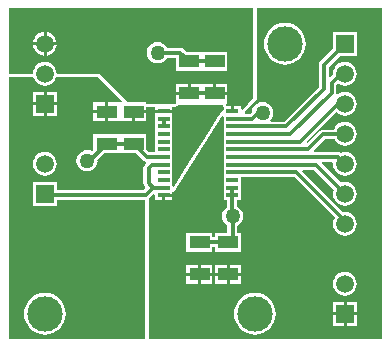
<source format=gtl>
%FSTAX23Y23*%
%MOIN*%
%SFA1B1*%

%IPPOS*%
%ADD10R,0.039016X0.012008*%
%ADD11R,0.066929X0.043307*%
%ADD12C,0.012008*%
%ADD13C,0.059055*%
%ADD14R,0.059055X0.059055*%
%ADD15C,0.118110*%
%ADD16C,0.050000*%
%LNpcb1-1*%
%LPD*%
G36*
X02423Y03716D02*
X01645D01*
Y04182*
X01646Y04183*
X01661Y04197*
X01665Y04195*
Y04178*
X0169*
Y04194*
X01695*
Y04199*
X01724*
Y04205*
X0173*
X0189Y04457*
X01895Y04456*
Y04408*
Y04382*
Y04357*
Y04331*
Y04306*
Y0428*
Y04255*
Y04229*
Y04203*
Y04178*
X01908*
Y04156*
X01907Y04155*
X019Y04149*
X01894Y04142*
X0189Y04134*
X01889Y04125*
X0189Y04115*
X01894Y04107*
X019Y041*
X01907Y04094*
X01908Y04093*
Y04069*
X01866*
Y04054*
X01858*
Y04069*
X01771*
Y04006*
X01858*
Y04021*
X01866*
Y04006*
X01953*
Y04069*
X01941*
Y04093*
X01942Y04094*
X01949Y041*
X01955Y04107*
X01959Y04115*
X0196Y04125*
X01959Y04134*
X01955Y04142*
X01949Y04149*
X01942Y04155*
X01941Y04156*
Y04178*
X01954*
Y04203*
Y04229*
Y04254*
X02132*
X02266Y0412*
X02265Y04119*
X02261Y0411*
X0226Y041*
X02261Y04089*
X02265Y0408*
X02271Y04071*
X0228Y04065*
X02289Y04061*
X023Y0406*
X0231Y04061*
X02319Y04065*
X02328Y04071*
X02334Y0408*
X02338Y04089*
X02339Y041*
X02338Y0411*
X02334Y04119*
X02328Y04128*
X02319Y04134*
X0231Y04138*
X023Y04139*
X02293Y04139*
X02157Y04275*
X02159Y0428*
X02196*
X02262Y04213*
X02261Y0421*
X0226Y042*
X02261Y04189*
X02265Y0418*
X02271Y04171*
X0228Y04165*
X02289Y04161*
X023Y0416*
X0231Y04161*
X02319Y04165*
X02328Y04171*
X02334Y0418*
X02338Y04189*
X02339Y042*
X02338Y0421*
X02334Y04219*
X02328Y04228*
X02319Y04234*
X0231Y04238*
X023Y04239*
X02289Y04238*
X02286Y04237*
X02221Y04301*
X02223Y04305*
X02257*
X0226Y04302*
X0226Y043*
X02261Y04289*
X02265Y0428*
X02271Y04271*
X0228Y04265*
X02289Y04261*
X023Y0426*
X0231Y04261*
X02319Y04265*
X02328Y04271*
X02334Y0428*
X02338Y04289*
X02339Y043*
X02338Y0431*
X02334Y04319*
X02328Y04328*
X02319Y04334*
X0231Y04338*
X023Y04339*
X02289Y04338*
X02285Y04336*
X02284Y04337*
X02277Y04338*
X02198*
X02196Y04343*
X02234Y04381*
X02265*
X02265Y0438*
X02271Y04371*
X0228Y04365*
X02289Y04361*
X023Y0436*
X0231Y04361*
X02319Y04365*
X02328Y04371*
X02334Y0438*
X02338Y04389*
X02339Y044*
X02338Y0441*
X02334Y04419*
X02328Y04428*
X02319Y04434*
X0231Y04438*
X023Y04439*
X02289Y04438*
X0228Y04434*
X02271Y04428*
X02265Y04419*
X02262Y04413*
X02227*
X02221Y04412*
X02215Y04409*
X02174Y04367*
X02174Y04367*
X02172Y04372*
X02271Y04471*
X02271*
X0228Y04465*
X02289Y04461*
X023Y0446*
X0231Y04461*
X02319Y04465*
X02328Y04471*
X02334Y0448*
X02338Y04489*
X02339Y045*
X02338Y0451*
X02334Y04519*
X02328Y04528*
X02319Y04534*
X0231Y04538*
X023Y04539*
X02289Y04538*
X0228Y04534*
X02275Y04531*
X02271Y04533*
X02271Y04535*
Y04563*
X02276Y04568*
X0228Y04565*
X02289Y04561*
X023Y0456*
X0231Y04561*
X02319Y04565*
X02328Y04571*
X02334Y0458*
X02338Y04589*
X02339Y046*
X02338Y0461*
X02334Y04619*
X02328Y04628*
X02319Y04634*
X0231Y04638*
X023Y04639*
X02289Y04638*
X0228Y04634*
X02271Y04628*
X02265Y04619*
X02261Y0461*
X0226Y046*
X0226Y04598*
X0225Y04589*
X02246Y0459*
Y04623*
X02283Y0466*
X02339*
Y04739*
X0226*
Y04683*
X02218Y04641*
X02214Y04636*
X02213Y0463*
Y04556*
X02097Y0444*
X02052*
X0205Y04445*
X02055Y04452*
X02059Y0446*
X0206Y0447*
X02059Y04479*
X02055Y04487*
X02049Y04494*
X02042Y045*
X02034Y04504*
X02025Y04505*
X02015Y04504*
X02007Y045*
X02Y04494*
X01994Y04487*
X0199Y04479*
X0199Y04473*
X01983Y04466*
X01967*
X01965Y04471*
X02005Y04515*
Y04818*
X02423*
Y03716*
G37*
G36*
X01261Y04589D02*
X01265Y0458D01*
X01271Y04571*
X0128Y04565*
X01289Y04561*
X013Y0456*
X0131Y04561*
X01319Y04565*
X01328Y04571*
X01334Y0458*
X01338Y04589*
X01339Y04589*
X01475*
X01556Y04509*
X01554Y04504*
X01548*
X01546*
X0151*
Y04473*
Y04441*
X01546*
X01551*
X01553*
X0159*
Y04473*
X01595*
Y04478*
X01638*
Y04489*
X01665*
Y0448*
X01695*
X01724*
Y04489*
X01732*
X01734Y0449*
X01736Y0449*
X01736Y0449*
X01736Y0449*
X01738Y04491*
X01739Y04492*
X01742Y04495*
X01892*
X01892Y04493*
X01893Y04491*
X01893Y04491*
X01893Y04491*
X01894Y04489*
X01895Y04488*
Y04483*
X01883Y04465*
X01882Y04464*
X01882Y04463*
X01881Y04463*
X01859Y04427*
X01825Y04375*
X01787Y04316*
X01743Y04245*
X01729Y04223*
X01724Y04224*
Y04255*
Y0428*
Y04306*
Y04331*
Y04357*
Y04382*
Y04408*
Y04434*
Y04459*
Y0447*
X01695*
X01665*
Y04459*
Y04434*
Y04408*
Y04382*
Y04338*
X01646*
X01638Y04346*
Y04398*
X01551*
X01548*
X01461*
Y04346*
X01456Y04341*
X01449Y04344*
X0144Y04345*
X0143Y04344*
X01422Y0434*
X01415Y04334*
X01409Y04327*
X01405Y04319*
X01404Y0431*
X01405Y043*
X01409Y04292*
X01415Y04285*
X01422Y04279*
X0143Y04275*
X0144Y04274*
X01449Y04275*
X01457Y04279*
X01464Y04285*
X0147Y04292*
X01474Y043*
X01475Y0431*
X01474Y04313*
X01496Y04335*
X01548*
X01551*
X01603*
X01628Y0431*
X01633Y04307*
X01636Y04306*
X01638Y04301*
X01633Y04296*
X01629Y04291*
X01628Y04285*
Y04235*
X01629Y04228*
X01633Y04223*
X01637Y04219*
X01628Y04211*
X01339*
Y04239*
X0126*
Y0416*
X01339*
Y04178*
X01634*
Y03716*
X01181*
Y04589*
X0126*
X01261Y0459*
X01261Y04589*
G37*
G36*
X01994Y04518D02*
X01959Y04479D01*
X01954Y04481*
Y04491*
X01929*
Y04475*
X01919*
Y04491*
X01906*
X01902Y04495*
X01902Y045*
X01906Y04503*
X01908*
Y0453*
X01865*
Y04535*
X0186*
Y04566*
X01785*
Y04535*
X0178*
Y0453*
X01736*
Y04505*
Y04503*
X01732Y045*
X01638*
Y04504*
X01575*
X0148Y046*
X01339*
X01338Y0461*
X01334Y04619*
X01328Y04628*
X01319Y04634*
X0131Y04638*
X013Y04639*
X01289Y04638*
X0128Y04634*
X01271Y04628*
X01265Y04619*
X01261Y0461*
X0126Y046*
X01181*
Y04818*
X01994*
Y04518*
G37*
%LNpcb1-2*%
%LPC*%
G36*
X021Y04769D02*
X02086Y04768D01*
X02073Y04764*
X02061Y04757*
X0205Y04749*
X02042Y04738*
X02035Y04726*
X02031Y04713*
X0203Y047*
X02031Y04686*
X02035Y04673*
X02042Y04661*
X0205Y0465*
X02061Y04642*
X02073Y04635*
X02086Y04631*
X021Y0463*
X02113Y04631*
X02126Y04635*
X02138Y04642*
X02149Y0465*
X02157Y04661*
X02164Y04673*
X02168Y04686*
X02169Y047*
X02168Y04713*
X02164Y04726*
X02157Y04738*
X02149Y04749*
X02138Y04757*
X02126Y04764*
X02113Y04768*
X021Y04769*
G37*
G36*
X01724Y04189D02*
X017D01*
Y04178*
X01724*
Y04189*
G37*
G36*
X01953Y03963D02*
X01915D01*
Y03936*
X01953*
Y03963*
G37*
G36*
X01905D02*
X01866D01*
Y03936*
X01905*
Y03963*
G37*
G36*
X01858D02*
X0182D01*
Y03936*
X01858*
Y03963*
G37*
G36*
X0181D02*
X01771D01*
Y03936*
X0181*
Y03963*
G37*
G36*
X01953Y03926D02*
X01915D01*
Y039*
X01953*
Y03926*
G37*
G36*
X01905D02*
X01866D01*
Y039*
X01905*
Y03926*
G37*
G36*
X01858D02*
X0182D01*
Y039*
X01858*
Y03926*
G37*
G36*
X0181D02*
X01771D01*
Y039*
X0181*
Y03926*
G37*
G36*
X023Y03939D02*
X02289Y03938D01*
X0228Y03934*
X02271Y03928*
X02265Y03919*
X02261Y0391*
X0226Y039*
X02261Y03889*
X02265Y0388*
X02271Y03871*
X0228Y03865*
X02289Y03861*
X023Y0386*
X0231Y03861*
X02319Y03865*
X02328Y03871*
X02334Y0388*
X02338Y03889*
X02339Y039*
X02338Y0391*
X02334Y03919*
X02328Y03928*
X02319Y03934*
X0231Y03938*
X023Y03939*
G37*
G36*
X02339Y03839D02*
X02305D01*
Y03805*
X02339*
Y03839*
G37*
G36*
X02295D02*
X0226D01*
Y03805*
X02295*
Y03839*
G37*
G36*
X02339Y03795D02*
X02305D01*
Y0376*
X02339*
Y03795*
G37*
G36*
X02295D02*
X0226D01*
Y0376*
X02295*
Y03795*
G37*
G36*
X02Y03869D02*
X01986Y03868D01*
X01973Y03864*
X01961Y03857*
X0195Y03849*
X01942Y03838*
X01935Y03826*
X01931Y03813*
X0193Y038*
X01931Y03786*
X01935Y03773*
X01942Y03761*
X0195Y0375*
X01961Y03742*
X01973Y03735*
X01986Y03731*
X02Y0373*
X02013Y03731*
X02026Y03735*
X02038Y03742*
X02049Y0375*
X02057Y03761*
X02064Y03773*
X02068Y03786*
X02069Y038*
X02068Y03813*
X02064Y03826*
X02057Y03838*
X02049Y03849*
X02038Y03857*
X02026Y03864*
X02013Y03868*
X02Y03869*
G37*
G36*
X01339Y04539D02*
X01305D01*
Y04505*
X01339*
Y04539*
G37*
G36*
X01295D02*
X0126D01*
Y04505*
X01295*
Y04539*
G37*
G36*
X015Y04504D02*
X01461D01*
Y04478*
X015*
Y04504*
G37*
G36*
X01339Y04495D02*
X01305D01*
Y0446*
X01339*
Y04495*
G37*
G36*
X01295D02*
X0126D01*
Y0446*
X01295*
Y04495*
G37*
G36*
X01638Y04468D02*
X016D01*
Y04441*
X01638*
Y04468*
G37*
G36*
X015D02*
X01461D01*
Y04441*
X015*
Y04468*
G37*
G36*
X013Y04339D02*
X01289Y04338D01*
X0128Y04334*
X01271Y04328*
X01265Y04319*
X01261Y0431*
X0126Y043*
X01261Y04289*
X01265Y0428*
X01271Y04271*
X0128Y04265*
X01289Y04261*
X013Y0426*
X0131Y04261*
X01319Y04265*
X01328Y04271*
X01334Y0428*
X01338Y04289*
X01339Y043*
X01338Y0431*
X01334Y04319*
X01328Y04328*
X01319Y04334*
X0131Y04338*
X013Y04339*
G37*
G36*
Y03869D02*
X01286Y03868D01*
X01273Y03864*
X01261Y03857*
X0125Y03849*
X01242Y03838*
X01235Y03826*
X01231Y03813*
X0123Y038*
X01231Y03786*
X01235Y03773*
X01242Y03761*
X0125Y0375*
X01261Y03742*
X01273Y03735*
X01286Y03731*
X013Y0373*
X01313Y03731*
X01326Y03735*
X01338Y03742*
X01349Y0375*
X01357Y03761*
X01364Y03773*
X01368Y03786*
X01369Y038*
X01368Y03813*
X01364Y03826*
X01357Y03838*
X01349Y03849*
X01338Y03857*
X01326Y03864*
X01313Y03868*
X013Y03869*
G37*
G36*
X01305Y04739D02*
Y04705D01*
X01339*
X01338Y0471*
X01334Y04719*
X01328Y04728*
X01319Y04734*
X0131Y04738*
X01305Y04739*
G37*
G36*
X01295D02*
X01289Y04738D01*
X0128Y04734*
X01271Y04728*
X01265Y04719*
X01261Y0471*
X0126Y04705*
X01295*
Y04739*
G37*
G36*
X01339Y04695D02*
X01305D01*
Y0466*
X0131Y04661*
X01319Y04665*
X01328Y04671*
X01334Y0468*
X01338Y04689*
X01339Y04695*
G37*
G36*
X01295D02*
X0126D01*
X01261Y04689*
X01265Y0468*
X01271Y04671*
X0128Y04665*
X01289Y04661*
X01295Y0466*
Y04695*
G37*
G36*
X01675Y04705D02*
X01665Y04704D01*
X01657Y047*
X0165Y04694*
X01644Y04687*
X0164Y04679*
X01639Y0467*
X0164Y0466*
X01644Y04652*
X0165Y04645*
X01657Y04639*
X01665Y04635*
X01675Y04634*
X01684Y04635*
X01692Y04639*
X01699Y04645*
X01705Y04652*
X01706Y04653*
X01736*
Y04609*
X01908*
Y04672*
X01771*
X01762Y04681*
X01757Y04685*
X01751Y04686*
X01706*
X01705Y04687*
X01699Y04694*
X01692Y047*
X01684Y04704*
X01675Y04705*
G37*
G36*
X01908Y04566D02*
X0187D01*
Y0454*
X01908*
Y04566*
G37*
G36*
X01775D02*
X01736D01*
Y0454*
X01775*
Y04566*
G37*
%LNpcb1-3*%
%LPD*%
G54D10*
X01924Y04475D03*
Y0445D03*
Y04424D03*
Y04398D03*
Y04373D03*
Y04347D03*
Y04322D03*
Y04296D03*
Y04271D03*
Y04245D03*
Y04219D03*
Y04194D03*
X01695D03*
Y04219D03*
Y04245D03*
Y04271D03*
Y04296D03*
Y04322D03*
Y04347D03*
Y04373D03*
Y04398D03*
Y04424D03*
Y0445D03*
Y04475D03*
G54D11*
X0178Y04641D03*
Y04535D03*
X0191Y04038D03*
Y03931D03*
X01505Y04366D03*
Y04473D03*
X01815Y04038D03*
Y03931D03*
X01865Y04641D03*
Y04535D03*
X01595Y04366D03*
Y04473D03*
G54D12*
X01924Y04194D02*
Y04219D01*
X01694Y04425D02*
X01695Y04424D01*
Y04425D02*
Y0445D01*
X0166Y04219D02*
X01695D01*
X01645Y04235D02*
X0166Y04219D01*
X01645Y04235D02*
Y04285D01*
X01656Y04296*
X01695*
X01635Y04194D02*
X0166Y04219D01*
X01505Y04366D02*
X01595D01*
X01639Y04322D02*
X01695D01*
X01595Y04366D02*
X01639Y04322D01*
X0144Y0431D02*
X01448D01*
X01505Y04366*
X0178Y04535D02*
X01865D01*
X0178Y04641D02*
X01865D01*
X01751Y0467D02*
X0178Y04641D01*
X01924Y0445D02*
X0199D01*
X02255Y0457D02*
X02285Y046D01*
X0223Y0463D02*
X023Y047D01*
X01924Y04424D02*
X02104D01*
X02255Y04535D02*
Y0457D01*
X02104Y04424D02*
X0223Y0455D01*
Y0463*
X01924Y04398D02*
X02118D01*
X02255Y04535*
X01924Y04373D02*
X0215D01*
X02276Y045*
X023*
X02177Y04347D02*
X02227Y04397D01*
X02297*
X01924Y04322D02*
X02277D01*
X01924Y04271D02*
X02138D01*
X023Y0411*
Y041D02*
Y0411D01*
X01924Y04296D02*
X02203D01*
X02283Y04216*
X023*
X01924Y04347D02*
X02177D01*
X01305Y04194D02*
X01635D01*
X01595Y04473D02*
X01619D01*
X01815Y04038D02*
X0191D01*
X01925Y04053*
X01924Y04125D02*
Y04194D01*
X01925Y04053D02*
Y04125D01*
X01675Y0467D02*
X01751D01*
X0199Y0445D02*
X0201Y0447D01*
X02025*
G54D13*
X013Y047D03*
Y046D03*
Y043D03*
X023Y039D03*
Y045D03*
Y046D03*
Y044D03*
Y043D03*
Y042D03*
Y041D03*
G54D14*
X013Y045D03*
Y042D03*
X023Y038D03*
Y047D03*
G54D15*
X013Y038D03*
X021Y047D03*
X02Y038D03*
G54D16*
X0144Y0431D03*
X01925Y04125D03*
X01675Y0467D03*
X02025Y0447D03*
M02*
</source>
